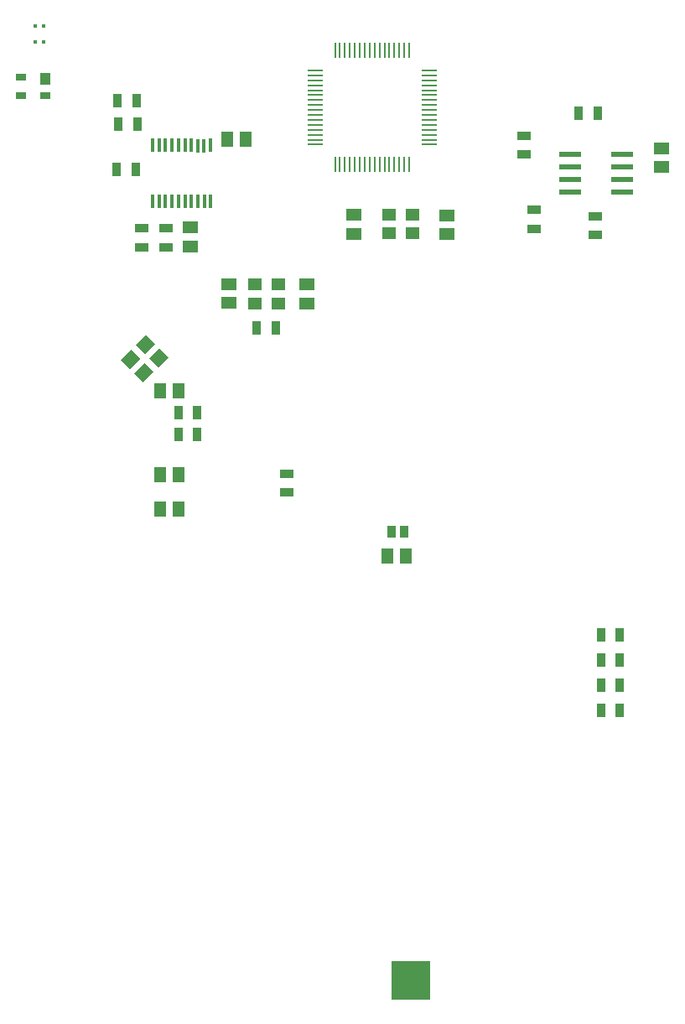
<source format=gbp>
G04 (created by PCBNEW (2013-07-07 BZR 4022)-stable) date 17/07/2014 08:21:58 a.m.*
%MOIN*%
G04 Gerber Fmt 3.4, Leading zero omitted, Abs format*
%FSLAX34Y34*%
G01*
G70*
G90*
G04 APERTURE LIST*
%ADD10C,0.00590551*%
%ADD11R,0.0165X0.0579*%
%ADD12R,0.0177165X0.0177165*%
%ADD13R,0.0394X0.0472*%
%ADD14R,0.0394X0.0315*%
%ADD15R,0.035X0.055*%
%ADD16R,0.055X0.035*%
%ADD17R,0.01X0.0591*%
%ADD18R,0.0591X0.01*%
%ADD19R,0.038X0.05*%
%ADD20R,0.0551181X0.0472441*%
%ADD21R,0.0512X0.059*%
%ADD22R,0.059X0.0512*%
%ADD23R,0.155906X0.155906*%
%ADD24R,0.0866X0.0236*%
G04 APERTURE END LIST*
G54D10*
G54D11*
X83631Y-41200D03*
X83375Y-41200D03*
X83119Y-41200D03*
X82863Y-41200D03*
X84395Y-38998D03*
X84399Y-41200D03*
X84143Y-41200D03*
X83887Y-41200D03*
X82607Y-38996D03*
X82863Y-38996D03*
X83119Y-38996D03*
X83375Y-38996D03*
X83631Y-38996D03*
X83887Y-38996D03*
X82607Y-41200D03*
X84143Y-38998D03*
X84655Y-41200D03*
X82351Y-41200D03*
X82351Y-38996D03*
X84655Y-38996D03*
G54D12*
X78011Y-34251D03*
X78011Y-34881D03*
X77677Y-34881D03*
X77677Y-34251D03*
G54D13*
X78070Y-36338D03*
G54D14*
X77126Y-37027D03*
X78070Y-37027D03*
X77126Y-36279D03*
G54D15*
X80924Y-39940D03*
X81674Y-39940D03*
X80983Y-38149D03*
X81733Y-38149D03*
X80963Y-37224D03*
X81713Y-37224D03*
X87235Y-46240D03*
X86485Y-46240D03*
X84125Y-50482D03*
X83375Y-50482D03*
G54D16*
X82893Y-43032D03*
X82893Y-42282D03*
X81929Y-42282D03*
X81929Y-43032D03*
G54D15*
X100040Y-37716D03*
X99290Y-37716D03*
G54D16*
X99940Y-42560D03*
X99940Y-41810D03*
X97500Y-42304D03*
X97500Y-41554D03*
X97106Y-39351D03*
X97106Y-38601D03*
X87673Y-52034D03*
X87673Y-52784D03*
G54D15*
X84125Y-49616D03*
X83375Y-49616D03*
X100164Y-61452D03*
X100914Y-61452D03*
X100164Y-60452D03*
X100914Y-60452D03*
X100164Y-59452D03*
X100914Y-59452D03*
X100164Y-58452D03*
X100914Y-58452D03*
G54D17*
X92551Y-39751D03*
X92354Y-39751D03*
X92157Y-39751D03*
X91960Y-39751D03*
X91763Y-39751D03*
X91567Y-39751D03*
X91370Y-39751D03*
X91173Y-39751D03*
X90977Y-39751D03*
X90780Y-39751D03*
X90583Y-39751D03*
X90387Y-39751D03*
X90190Y-39751D03*
X89993Y-39751D03*
X89796Y-39751D03*
X89599Y-39751D03*
G54D18*
X88812Y-38964D03*
X88812Y-38767D03*
X88812Y-38570D03*
X88812Y-38373D03*
X88812Y-38176D03*
X88812Y-37980D03*
X88812Y-37783D03*
X88812Y-37586D03*
X88812Y-37390D03*
X88812Y-37193D03*
X88812Y-36996D03*
X88812Y-36800D03*
X88812Y-36603D03*
X88812Y-36406D03*
X88812Y-36209D03*
X88812Y-36012D03*
G54D17*
X89599Y-35225D03*
X89796Y-35225D03*
X89993Y-35225D03*
X90190Y-35225D03*
X90387Y-35225D03*
X90583Y-35225D03*
X90780Y-35225D03*
X90977Y-35225D03*
X91173Y-35225D03*
X91370Y-35225D03*
X91567Y-35225D03*
X91763Y-35225D03*
X91960Y-35225D03*
X92157Y-35225D03*
X92354Y-35225D03*
X92551Y-35225D03*
G54D18*
X93338Y-36012D03*
X93338Y-36209D03*
X93338Y-36406D03*
X93338Y-36603D03*
X93338Y-36800D03*
X93338Y-36996D03*
X93338Y-37193D03*
X93338Y-37390D03*
X93338Y-37586D03*
X93338Y-37783D03*
X93338Y-37980D03*
X93338Y-38176D03*
X93338Y-38373D03*
X93338Y-38570D03*
X93338Y-38767D03*
X93338Y-38964D03*
G54D19*
X91856Y-54350D03*
X92356Y-54350D03*
G54D20*
X87342Y-45265D03*
X86397Y-45265D03*
X87342Y-44517D03*
X86397Y-44517D03*
X91732Y-41732D03*
X92677Y-41732D03*
X91732Y-42480D03*
X92677Y-42480D03*
G54D21*
X86063Y-38759D03*
X85313Y-38759D03*
X82636Y-52086D03*
X83386Y-52086D03*
G54D22*
X83848Y-43002D03*
X83848Y-42252D03*
X88484Y-44516D03*
X88484Y-45266D03*
X85393Y-44506D03*
X85393Y-45256D03*
G54D10*
G36*
X81615Y-48052D02*
X82032Y-47635D01*
X82394Y-47997D01*
X81977Y-48414D01*
X81615Y-48052D01*
X81615Y-48052D01*
G37*
G36*
X81085Y-47522D02*
X81502Y-47105D01*
X81864Y-47467D01*
X81447Y-47884D01*
X81085Y-47522D01*
X81085Y-47522D01*
G37*
G36*
X82206Y-47454D02*
X82623Y-47036D01*
X82985Y-47399D01*
X82568Y-47816D01*
X82206Y-47454D01*
X82206Y-47454D01*
G37*
G36*
X81675Y-46923D02*
X82093Y-46506D01*
X82455Y-46868D01*
X82037Y-47285D01*
X81675Y-46923D01*
X81675Y-46923D01*
G37*
G54D21*
X91672Y-55314D03*
X92422Y-55314D03*
G54D22*
X90354Y-42500D03*
X90354Y-41750D03*
X94059Y-41774D03*
X94059Y-42524D03*
G54D21*
X82636Y-48740D03*
X83386Y-48740D03*
X82632Y-53460D03*
X83382Y-53460D03*
G54D22*
X102578Y-39863D03*
X102578Y-39113D03*
G54D23*
X92598Y-72165D03*
G54D24*
X98957Y-40848D03*
X98957Y-40348D03*
X98957Y-39848D03*
X98957Y-39348D03*
X101003Y-39348D03*
X101003Y-39848D03*
X101003Y-40348D03*
X101003Y-40848D03*
M02*

</source>
